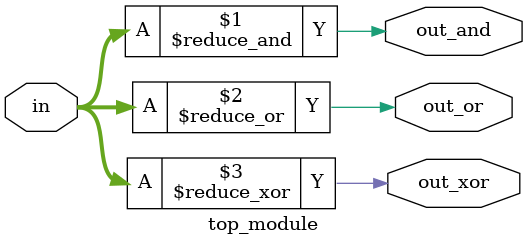
<source format=v>
module top_module( 
    input [99:0] in,
    output out_and,
    output out_or,
    output out_xor 
);
    assign out_and = & in[99:0];
    assign out_or = | in[99:0];
    assign out_xor = ^ in[99:0];

endmodule

</source>
